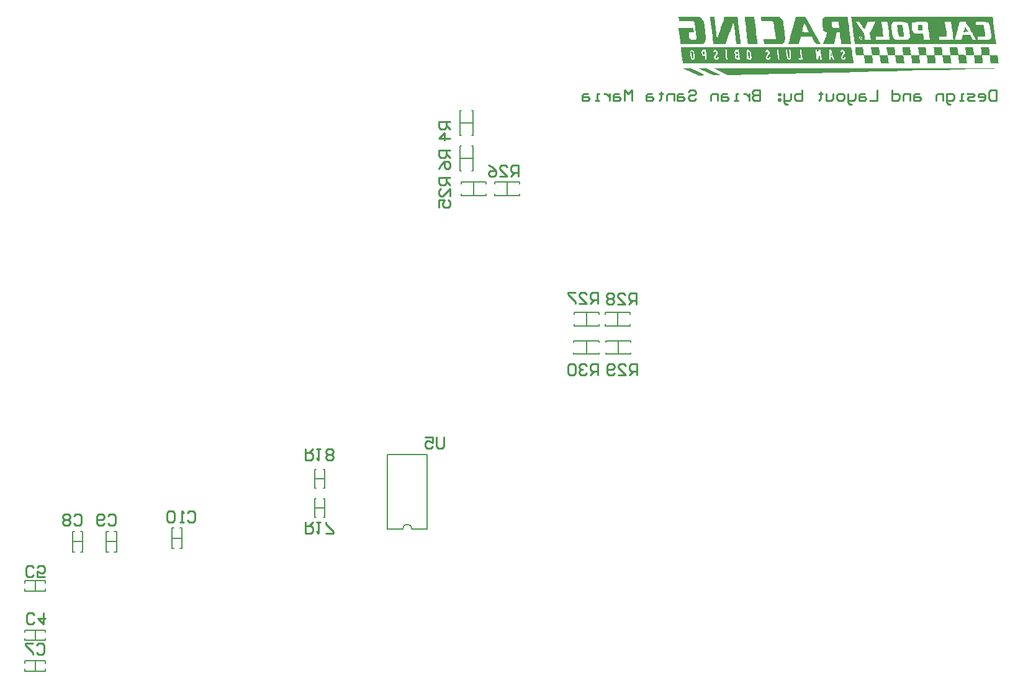
<source format=gbr>
%TF.GenerationSoftware,Altium Limited,Altium Designer,18.1.9 (240)*%
G04 Layer_Color=32896*
%FSLAX26Y26*%
%MOIN*%
%TF.FileFunction,Legend,Bot*%
%TF.Part,Single*%
G01*
G75*
%TA.AperFunction,NonConductor*%
%ADD47C,0.007874*%
%ADD48C,0.005906*%
%ADD49C,0.010000*%
G36*
X4968494Y3737517D02*
Y3736241D01*
Y3734965D01*
X4969769Y3731138D01*
Y3726035D01*
X4971045Y3714552D01*
X4972321Y3701794D01*
X4974873Y3687761D01*
X4976148Y3676278D01*
Y3671175D01*
X4977424Y3667348D01*
Y3666072D01*
Y3664796D01*
X4978700Y3652038D01*
X4979976Y3641832D01*
X4981252Y3631626D01*
Y3623971D01*
X4983803Y3611213D01*
Y3602282D01*
X4985079Y3597179D01*
Y3594627D01*
Y3593352D01*
Y3590800D01*
X4963390D01*
Y3593352D01*
Y3594627D01*
X4962115Y3597179D01*
X4960839Y3603558D01*
X4959563Y3613764D01*
X4958287Y3623971D01*
X4957011Y3635453D01*
X4955736Y3644383D01*
X4954460Y3650762D01*
Y3653314D01*
X4953184Y3663521D01*
X4951908Y3672451D01*
X4950632Y3686485D01*
X4949357Y3697967D01*
Y3704346D01*
X4948081Y3709449D01*
Y3712001D01*
X4946805Y3709449D01*
X4945529Y3705622D01*
Y3704346D01*
X4942978Y3697967D01*
X4940426Y3690312D01*
X4939150Y3685209D01*
X4937874Y3683933D01*
Y3682657D01*
X4934047Y3672451D01*
X4930220Y3662245D01*
X4927668Y3655866D01*
X4926392Y3654590D01*
Y3653314D01*
X4905979Y3593351D01*
X4839638D01*
X4830707Y3664796D01*
X4828156Y3677554D01*
X4826880Y3689036D01*
X4825604Y3697967D01*
Y3699243D01*
Y3700519D01*
X4824328Y3712001D01*
X4823052Y3720931D01*
Y3726035D01*
Y3727310D01*
X4821777Y3733689D01*
Y3736241D01*
Y3737517D01*
X4823052Y3738793D01*
X4826880Y3740068D01*
X4843465D01*
X4844741Y3738793D01*
Y3737517D01*
Y3736241D01*
X4846017Y3728586D01*
X4847293Y3719656D01*
Y3708173D01*
X4848568Y3697967D01*
X4849844Y3687761D01*
X4851120Y3681382D01*
Y3680106D01*
Y3678830D01*
X4852396Y3668624D01*
X4853672Y3659693D01*
X4854947Y3644383D01*
X4856223Y3634177D01*
X4857499Y3627798D01*
Y3622695D01*
X4858775Y3621419D01*
Y3620143D01*
X4860051Y3621419D01*
X4861326Y3623971D01*
X4862602Y3625246D01*
Y3626522D01*
X4863878Y3632901D01*
X4865154Y3639280D01*
X4866430Y3644383D01*
X4867705Y3645659D01*
X4870257Y3654590D01*
X4874084Y3662245D01*
X4875360Y3668624D01*
X4876636Y3671175D01*
X4879188Y3680106D01*
X4883015Y3687761D01*
X4884291Y3694140D01*
X4885567Y3696691D01*
X4889394Y3705622D01*
X4890670Y3713277D01*
X4893221Y3717104D01*
Y3718380D01*
X4894497Y3723483D01*
X4895773Y3727310D01*
Y3728586D01*
X4899600Y3740068D01*
X4967218Y3740068D01*
X4968494Y3737517D01*
D02*
G37*
G36*
X4747780Y3738793D02*
X4757987D01*
X4760538Y3737517D01*
X4765641D01*
X4768193Y3736241D01*
X4770745Y3734965D01*
X4772020Y3733689D01*
X4779675Y3726035D01*
X4784778Y3718380D01*
X4787330Y3710725D01*
X4788606Y3709449D01*
Y3708173D01*
Y3705622D01*
X4789882Y3700519D01*
X4791157Y3692864D01*
Y3685209D01*
X4792433Y3677554D01*
X4793709Y3671175D01*
X4794985Y3666072D01*
Y3664796D01*
X4796261Y3649487D01*
X4797536Y3638004D01*
Y3629074D01*
Y3622695D01*
Y3617592D01*
Y3615040D01*
Y3613764D01*
X4796261Y3607385D01*
X4793709Y3603558D01*
X4788606Y3597179D01*
X4783503Y3594627D01*
X4780951Y3593351D01*
X4777124Y3592076D01*
X4759262D01*
X4749056Y3590800D01*
X4676335D01*
X4669956Y3592076D01*
X4662302D01*
Y3594627D01*
X4661026Y3599730D01*
Y3606109D01*
X4659750Y3613764D01*
X4658474Y3622695D01*
Y3629074D01*
X4657198Y3634177D01*
Y3635453D01*
X4654647Y3649487D01*
X4653371Y3659693D01*
X4652095Y3667348D01*
Y3672451D01*
X4650819Y3675003D01*
Y3677554D01*
X4652095D01*
X4657198Y3678830D01*
X4731195D01*
X4732471Y3668624D01*
X4733746Y3662245D01*
Y3658417D01*
Y3657141D01*
Y3654590D01*
X4706955D01*
Y3646935D01*
X4708230Y3639280D01*
Y3634177D01*
X4709506Y3629074D01*
X4710782Y3623971D01*
X4712058Y3622695D01*
X4714609Y3618867D01*
X4715885Y3617592D01*
X4717161D01*
X4719713Y3616316D01*
X4724816Y3615040D01*
X4742677D01*
X4743953Y3617592D01*
X4746504Y3620143D01*
X4747780Y3621419D01*
Y3622695D01*
Y3625246D01*
X4746504Y3630350D01*
Y3636729D01*
X4745229Y3644383D01*
X4743953Y3652038D01*
Y3658417D01*
X4742677Y3663520D01*
Y3664796D01*
X4741401Y3678830D01*
X4740125Y3689036D01*
X4738850Y3696691D01*
X4737574Y3701794D01*
Y3705622D01*
Y3706898D01*
Y3708173D01*
X4735022Y3712001D01*
X4732471Y3713277D01*
X4731195Y3715828D01*
X4654647D01*
X4653371Y3726035D01*
X4652095Y3732414D01*
X4650819Y3736241D01*
Y3737517D01*
Y3740068D01*
X4737574D01*
X4747780Y3738793D01*
D02*
G37*
G36*
X6338703Y3737517D02*
Y3736241D01*
Y3734965D01*
X6339979Y3731138D01*
Y3726035D01*
X6341254Y3714553D01*
X6342530Y3701795D01*
X6345082Y3687761D01*
X6346358Y3676279D01*
Y3671175D01*
X6347633Y3667348D01*
Y3666072D01*
Y3664796D01*
X6348909Y3653314D01*
X6350185Y3641832D01*
X6351461Y3632901D01*
X6352737Y3625247D01*
X6354012Y3612489D01*
X6355288Y3603558D01*
X6356564Y3598455D01*
Y3594628D01*
Y3593352D01*
Y3590800D01*
X5597463Y3590800D01*
X5588532Y3663521D01*
X5587257Y3676279D01*
X5585981Y3687761D01*
X5584705Y3697967D01*
X5583429Y3705622D01*
X5582153Y3718380D01*
X5580878Y3727311D01*
X5579602Y3733690D01*
Y3736241D01*
Y3737517D01*
X5578326Y3740069D01*
X6338703Y3740069D01*
Y3737517D01*
D02*
G37*
G36*
X5559189Y3737517D02*
Y3736241D01*
X5560465Y3733690D01*
X5561741Y3726035D01*
X5563016Y3714553D01*
X5564292Y3700519D01*
X5566844Y3687761D01*
X5568120Y3676279D01*
X5569395Y3667348D01*
Y3666072D01*
Y3664796D01*
X5570671Y3652038D01*
X5571947Y3641832D01*
X5573223Y3631626D01*
X5574499Y3623971D01*
X5575774Y3611213D01*
X5577050Y3602282D01*
X5578326Y3597179D01*
Y3594627D01*
Y3593352D01*
Y3590800D01*
X5526018D01*
Y3592076D01*
Y3593352D01*
Y3594627D01*
X5524742Y3603558D01*
Y3606110D01*
Y3607385D01*
X5523467Y3612489D01*
X5522191Y3617592D01*
X5520915Y3621419D01*
Y3622695D01*
X5519639Y3632901D01*
Y3640556D01*
X5518363Y3645659D01*
Y3649487D01*
Y3652038D01*
Y3653314D01*
X5517088Y3654590D01*
X5501778Y3654590D01*
X5494123Y3625247D01*
Y3621419D01*
X5492847Y3616316D01*
X5491572Y3612488D01*
Y3611213D01*
X5490296Y3606110D01*
X5489020Y3602282D01*
X5487744Y3599731D01*
Y3598455D01*
X5486468Y3595903D01*
Y3594627D01*
X5485193Y3590800D01*
X5427782D01*
Y3592076D01*
X5429057Y3595903D01*
X5431609Y3601006D01*
X5432885Y3607385D01*
X5435436Y3612488D01*
X5437988Y3617592D01*
X5439264Y3621419D01*
Y3622695D01*
X5443091Y3632901D01*
X5445643Y3640556D01*
X5446919Y3646935D01*
X5448194Y3650762D01*
X5449470Y3653314D01*
Y3654590D01*
X5445643D01*
X5437988Y3657142D01*
X5431609Y3660969D01*
X5429057Y3663521D01*
X5427782Y3664796D01*
Y3667348D01*
X5426506Y3671175D01*
Y3680106D01*
X5425230Y3689037D01*
Y3691588D01*
Y3692864D01*
X5423954Y3703070D01*
Y3710725D01*
Y3715828D01*
Y3720932D01*
Y3723483D01*
X5425230Y3726035D01*
Y3727311D01*
X5427782Y3731138D01*
X5431609Y3734965D01*
X5435436Y3736241D01*
X5436712Y3737517D01*
X5500502D01*
X5559189Y3740069D01*
Y3737517D01*
D02*
G37*
G36*
X5333372Y3736241D02*
X5347406Y3710725D01*
X5360164Y3689037D01*
X5371646Y3669899D01*
X5380577Y3653314D01*
X5388232Y3639280D01*
X5394611Y3627798D01*
X5400990Y3618867D01*
X5404817Y3609937D01*
X5408645Y3604834D01*
X5411196Y3599731D01*
X5413748Y3593352D01*
X5415024Y3590800D01*
X5390783D01*
X5378025Y3609937D01*
X5367819Y3630350D01*
X5307856D01*
Y3629074D01*
Y3627798D01*
X5306581Y3626522D01*
X5305305Y3620143D01*
X5304029Y3612488D01*
X5302753Y3611213D01*
Y3609937D01*
X5297650Y3590800D01*
X5242791D01*
X5245342Y3603558D01*
Y3606110D01*
X5246618Y3609937D01*
X5247894Y3613764D01*
Y3615040D01*
X5250445Y3623971D01*
X5252997Y3632901D01*
X5254273Y3640556D01*
X5255549Y3641832D01*
Y3643108D01*
X5258100Y3655866D01*
X5261928Y3667348D01*
X5263203Y3673727D01*
X5264479Y3676278D01*
X5279789Y3740068D01*
X5332097D01*
X5333372Y3736241D01*
D02*
G37*
G36*
X5193034Y3737517D02*
X5199413Y3733689D01*
X5207068Y3724759D01*
X5212171Y3717104D01*
X5213447Y3714552D01*
Y3713277D01*
Y3709449D01*
X5214723Y3703070D01*
X5215999Y3695416D01*
X5217275Y3686485D01*
X5218550Y3677554D01*
Y3671175D01*
X5219826Y3666072D01*
Y3663521D01*
X5221102Y3650762D01*
X5222378Y3639280D01*
X5223654Y3631626D01*
Y3626522D01*
X5224929Y3622695D01*
Y3620143D01*
Y3618867D01*
X5222378Y3609937D01*
X5219826Y3603558D01*
X5217275Y3599731D01*
X5215999Y3598455D01*
X5212171Y3595903D01*
X5210896Y3594627D01*
X5207068Y3593352D01*
X5199413Y3592076D01*
X5190483D01*
X5181552Y3590800D01*
X5111383D01*
X5110107Y3603558D01*
X5108832Y3609937D01*
X5107556Y3613764D01*
Y3615040D01*
Y3617592D01*
X5170070D01*
X5171346Y3618867D01*
Y3620143D01*
X5173897Y3622695D01*
X5167518Y3664796D01*
X5166243Y3678830D01*
X5163691Y3690312D01*
Y3697967D01*
X5162415Y3703070D01*
X5161139Y3705622D01*
Y3708173D01*
X5159864Y3710725D01*
X5158588Y3712001D01*
X5157312Y3713277D01*
X5156036Y3714552D01*
X5152209D01*
X5147106Y3715828D01*
X5097349D01*
X5096074Y3724759D01*
Y3731138D01*
Y3736241D01*
Y3737517D01*
Y3740068D01*
X5186655D01*
X5193034Y3737517D01*
D02*
G37*
G36*
X5066730Y3667348D02*
X5068006Y3654590D01*
X5069282Y3643108D01*
X5070558Y3634177D01*
X5071833Y3625247D01*
X5074385Y3612488D01*
X5075661Y3603558D01*
Y3598455D01*
X5076937Y3594627D01*
Y3593352D01*
Y3590800D01*
X5029732D01*
X5025905Y3592076D01*
X5023353D01*
Y3593352D01*
Y3595903D01*
X5022077Y3603558D01*
X5020801Y3616316D01*
X5019526Y3629074D01*
X5018250Y3641832D01*
X5016974Y3653314D01*
X5015698Y3662245D01*
Y3663521D01*
Y3664796D01*
X5014422Y3677554D01*
X5013147Y3689037D01*
X5011871Y3697967D01*
X5010595Y3706898D01*
X5009319Y3714552D01*
Y3719656D01*
X5008043Y3728586D01*
X5006768Y3733689D01*
Y3736241D01*
Y3737517D01*
Y3740068D01*
X5057800D01*
X5066730Y3667348D01*
D02*
G37*
G36*
X6232811Y3574215D02*
Y3572939D01*
X6234087Y3565284D01*
X6235363Y3558905D01*
Y3556354D01*
Y3555078D01*
X6236639Y3548699D01*
Y3543595D01*
Y3539768D01*
X6237915Y3537216D01*
Y3533389D01*
X6195813D01*
Y3532113D01*
Y3529562D01*
X6197089Y3523183D01*
X6198365Y3515528D01*
Y3512976D01*
Y3511700D01*
X6199641Y3505322D01*
Y3500218D01*
Y3496391D01*
X6200916Y3493839D01*
Y3490012D01*
X6158815D01*
Y3491288D01*
Y3493839D01*
X6157539Y3500218D01*
X6156263Y3507873D01*
Y3509149D01*
Y3510425D01*
X6154988Y3516804D01*
Y3521907D01*
X6153712Y3525734D01*
Y3529562D01*
Y3532113D01*
X6152436D01*
X6149884Y3533389D01*
X6111610D01*
Y3528286D01*
X6112886Y3521907D01*
X6114162Y3507873D01*
X6115438Y3501494D01*
Y3496391D01*
X6116714Y3492564D01*
Y3491288D01*
Y3490012D01*
X6074612Y3490012D01*
X6072061Y3510425D01*
X6070785Y3516804D01*
Y3521907D01*
X6069509Y3525734D01*
Y3528286D01*
Y3530837D01*
Y3533389D01*
X6111610Y3533389D01*
Y3534665D01*
Y3537216D01*
X6110335Y3543595D01*
X6109059Y3551250D01*
Y3552526D01*
Y3553802D01*
X6107783Y3560181D01*
Y3565284D01*
X6106507Y3569111D01*
Y3571663D01*
Y3574215D01*
X6107783D01*
X6110335Y3575490D01*
X6148609D01*
Y3574215D01*
Y3572939D01*
X6149884Y3565284D01*
X6151160Y3558905D01*
Y3556354D01*
Y3555078D01*
X6153712Y3534665D01*
X6174125D01*
X6194537Y3533389D01*
X6193262Y3553802D01*
X6191986Y3560181D01*
Y3565284D01*
X6190710Y3569111D01*
Y3571663D01*
Y3574215D01*
X6189434Y3575490D01*
X6232811D01*
Y3574215D01*
D02*
G37*
G36*
X5810522Y3574215D02*
Y3572939D01*
X5811797Y3571663D01*
X5813073Y3564008D01*
X5814349Y3557629D01*
Y3555078D01*
Y3553802D01*
X5815625Y3533389D01*
X5774799D01*
Y3532113D01*
Y3529562D01*
X5776075Y3521907D01*
X5777351Y3514252D01*
Y3512976D01*
Y3511700D01*
X5778627Y3505321D01*
Y3500218D01*
Y3496391D01*
X5779902Y3493839D01*
Y3491288D01*
Y3490012D01*
X5736525D01*
Y3491288D01*
Y3493839D01*
X5735249Y3501494D01*
Y3509149D01*
Y3510425D01*
Y3511700D01*
X5731422Y3533389D01*
X5690596D01*
Y3532113D01*
Y3529562D01*
X5691872Y3521907D01*
X5693148Y3514252D01*
Y3512976D01*
Y3511700D01*
X5694424Y3505321D01*
Y3500218D01*
Y3496391D01*
X5695700Y3493839D01*
Y3491288D01*
Y3490012D01*
X5652322D01*
Y3491288D01*
Y3493839D01*
X5651047Y3501494D01*
X5649771Y3509149D01*
Y3510425D01*
Y3511700D01*
X5648495Y3519355D01*
Y3524458D01*
X5647219Y3528286D01*
Y3530837D01*
Y3533389D01*
X5605118D01*
X5602566Y3553802D01*
X5601290Y3561457D01*
Y3562732D01*
Y3564008D01*
X5600015Y3570387D01*
Y3571663D01*
Y3574215D01*
Y3575490D01*
X5642116D01*
X5644668Y3555078D01*
X5645943Y3548699D01*
Y3543595D01*
Y3539768D01*
X5647219Y3537216D01*
Y3534665D01*
X5648495Y3533389D01*
X5690596D01*
Y3534665D01*
Y3537216D01*
X5689321Y3544871D01*
X5688045Y3552526D01*
Y3553802D01*
Y3555078D01*
X5686769Y3561457D01*
X5685493Y3566560D01*
Y3570387D01*
X5684217Y3572939D01*
Y3575490D01*
X5727595D01*
Y3574215D01*
Y3571663D01*
X5728870Y3565284D01*
X5730146Y3557629D01*
Y3556353D01*
Y3555078D01*
X5731422Y3544871D01*
Y3538492D01*
Y3535941D01*
Y3534665D01*
X5732698Y3533389D01*
X5774799D01*
Y3534665D01*
X5773523Y3544871D01*
X5772248Y3553802D01*
X5770972Y3560181D01*
X5769696Y3566560D01*
Y3570387D01*
Y3572939D01*
Y3575490D01*
X5810522D01*
Y3574215D01*
D02*
G37*
G36*
X6366770Y3514252D02*
Y3507873D01*
X6368046Y3505322D01*
Y3504046D01*
Y3497667D01*
X6369322Y3496391D01*
Y3495115D01*
X6370598Y3492564D01*
Y3490012D01*
X6327221D01*
X6325945Y3510425D01*
X6324669Y3518079D01*
X6323393Y3525734D01*
X6322117Y3530838D01*
Y3533389D01*
X6365495D01*
X6366770Y3514252D01*
D02*
G37*
G36*
X6320842Y3555078D02*
Y3548699D01*
X6322117Y3543595D01*
Y3539768D01*
Y3537216D01*
Y3534665D01*
Y3533389D01*
X6283843D01*
X6281292Y3532113D01*
Y3530838D01*
Y3528286D01*
X6282568Y3520631D01*
X6283843Y3514252D01*
Y3511700D01*
Y3510425D01*
X6285119Y3504046D01*
Y3498943D01*
Y3495115D01*
X6286395Y3492564D01*
Y3490012D01*
X6243018D01*
X6241742Y3511700D01*
X6240466Y3519355D01*
X6239190Y3524459D01*
Y3528286D01*
X6237915Y3530838D01*
Y3533389D01*
X6273637D01*
X6276189Y3534665D01*
X6278740D01*
Y3539768D01*
Y3544871D01*
X6277464Y3558905D01*
Y3564008D01*
X6276189Y3569111D01*
Y3572939D01*
Y3574215D01*
X6273637Y3575490D01*
X6317014D01*
X6320842Y3555078D01*
D02*
G37*
G36*
X6066957Y3555078D02*
X6068233Y3548699D01*
Y3543595D01*
Y3539768D01*
X6069509Y3537216D01*
Y3534665D01*
Y3533389D01*
X6029959D01*
X6027408Y3532113D01*
Y3530837D01*
Y3528286D01*
X6028683Y3520631D01*
X6029959Y3514252D01*
Y3511700D01*
Y3510425D01*
X6031235Y3504046D01*
Y3498942D01*
Y3495115D01*
X6032511Y3492563D01*
Y3490012D01*
X5989134D01*
X5987858Y3510425D01*
X5986582Y3516804D01*
X5985306Y3523183D01*
Y3527010D01*
X5984030Y3529562D01*
Y3532113D01*
Y3533389D01*
X6022304D01*
X6024856Y3534665D01*
X6027408D01*
Y3537216D01*
X6026132Y3542320D01*
Y3548699D01*
X6024856Y3556353D01*
X6023580Y3562732D01*
Y3569111D01*
X6022304Y3572939D01*
Y3574215D01*
Y3575490D01*
X6063130D01*
X6066957Y3555078D01*
D02*
G37*
G36*
X5978927Y3570387D02*
X5980203Y3565284D01*
X5981479Y3551250D01*
X5982755Y3544871D01*
Y3539768D01*
X5984030Y3535941D01*
Y3534665D01*
Y3533389D01*
X5943205D01*
Y3532113D01*
Y3529562D01*
X5944481Y3523183D01*
X5945756Y3515528D01*
Y3512976D01*
Y3511700D01*
X5947032Y3505321D01*
Y3500218D01*
Y3496391D01*
X5948308Y3493839D01*
Y3490012D01*
X5904931D01*
Y3491288D01*
Y3496391D01*
X5903655Y3502770D01*
Y3509149D01*
Y3510425D01*
Y3511700D01*
X5902379Y3518079D01*
X5901103Y3523183D01*
X5899828Y3529562D01*
Y3532113D01*
Y3533389D01*
X5938102D01*
X5940653Y3534665D01*
X5943205D01*
Y3539768D01*
X5941929Y3546147D01*
X5940653Y3558905D01*
X5939377Y3565284D01*
Y3569111D01*
X5938102Y3572939D01*
Y3574215D01*
Y3575490D01*
X5978927D01*
Y3570387D01*
D02*
G37*
G36*
X5894724Y3574215D02*
Y3572939D01*
X5896000Y3565284D01*
X5897276Y3558905D01*
Y3556353D01*
Y3555078D01*
X5898552Y3548699D01*
Y3543595D01*
Y3539768D01*
X5899828Y3537216D01*
Y3533389D01*
X5859002D01*
Y3530837D01*
X5860278Y3520631D01*
X5861554Y3511700D01*
X5862829Y3505321D01*
Y3500218D01*
X5864105Y3496391D01*
Y3493839D01*
Y3491288D01*
Y3490012D01*
X5820728D01*
Y3491288D01*
Y3492563D01*
Y3495115D01*
X5819452Y3501494D01*
Y3509149D01*
Y3510425D01*
Y3511700D01*
X5815625Y3533389D01*
X5859002D01*
Y3534665D01*
X5857726Y3535941D01*
Y3538492D01*
X5856450Y3544871D01*
X5855175Y3552526D01*
Y3553802D01*
Y3555078D01*
Y3561457D01*
X5853899Y3566560D01*
Y3569111D01*
Y3571663D01*
Y3574215D01*
Y3575490D01*
X5894724D01*
Y3574215D01*
D02*
G37*
G36*
X5579602D02*
X5583429Y3552526D01*
X5585981Y3533389D01*
X5587257Y3519355D01*
X5588532Y3507873D01*
X5589808Y3500218D01*
Y3495115D01*
Y3492563D01*
Y3491288D01*
Y3490012D01*
X4675060Y3490012D01*
Y3491287D01*
X4671232Y3512976D01*
X4668681Y3530837D01*
X4667405Y3544871D01*
X4666129Y3556353D01*
X4664853Y3564008D01*
Y3570387D01*
Y3572939D01*
Y3574214D01*
X4706955D01*
X4720988Y3575490D01*
X5579602Y3575490D01*
Y3574215D01*
D02*
G37*
G36*
X6294050Y3460669D02*
X6355288D01*
X6341254Y3459393D01*
X6305532D01*
X6283843Y3458117D01*
X6259603D01*
X6232811Y3456841D01*
X6204744D01*
X6174125Y3455565D01*
X6142230D01*
X6077164Y3453014D01*
X6008271Y3451738D01*
X5940653Y3450462D01*
X5875587Y3447910D01*
X5843692D01*
X5813073Y3446635D01*
X5785006D01*
X5758214Y3445359D01*
X5733974D01*
X5712285Y3444083D01*
X5676563D01*
X5662529Y3442807D01*
X5644668D01*
X4916186Y3426222D01*
X4880463Y3442807D01*
X4868981Y3449186D01*
X4860051Y3453013D01*
X4853672Y3456841D01*
X4848568Y3458117D01*
X4846017Y3459392D01*
X4844741Y3460668D01*
X4914910D01*
X4937874Y3461944D01*
X6277464Y3461944D01*
X6294050Y3460669D01*
D02*
G37*
G36*
X4840914Y3442807D02*
X4851120Y3438980D01*
X4858775Y3435152D01*
X4865154Y3432601D01*
X4866430Y3431325D01*
X4872809Y3428773D01*
X4875360Y3427497D01*
X4876636Y3426222D01*
X4874084D01*
X4866430Y3424946D01*
X4860051Y3423670D01*
X4837086D01*
X4800088Y3442807D01*
X4787330Y3449186D01*
X4778399Y3453013D01*
X4770745Y3456841D01*
X4766917Y3458117D01*
X4764366Y3459392D01*
X4761814Y3460668D01*
X4763090D01*
X4764366Y3461944D01*
X4802640D01*
X4840914Y3442807D01*
D02*
G37*
G36*
X4760538D02*
X4773296Y3436428D01*
X4782227Y3431325D01*
X4788606Y3428773D01*
X4792433Y3426222D01*
X4794985Y3424946D01*
X4797536Y3423670D01*
X4784778D01*
X4778399Y3422394D01*
X4760538D01*
X4718437Y3441531D01*
X4705679Y3447910D01*
X4695472Y3453013D01*
X4689093Y3455565D01*
X4683990Y3458117D01*
X4681439Y3459392D01*
X4678887Y3460668D01*
X4680163D01*
X4681439Y3461944D01*
X4719713D01*
X4760538Y3442807D01*
D02*
G37*
%LPC*%
G36*
X5707182Y3710725D02*
X5668908D01*
X5658701Y3689037D01*
X5656150Y3682658D01*
X5653598Y3678830D01*
X5651047Y3673727D01*
X5649771Y3671175D01*
Y3672451D01*
X5647219Y3673727D01*
X5643392Y3680106D01*
X5639564Y3686485D01*
X5637013Y3687761D01*
Y3689037D01*
X5622979Y3710725D01*
X5605118D01*
X5607669Y3706898D01*
X5608945Y3705622D01*
X5610221Y3704346D01*
X5611497Y3703070D01*
Y3701795D01*
X5614048Y3697967D01*
X5616600Y3694140D01*
X5617876Y3691588D01*
X5619152Y3690312D01*
X5625531Y3681382D01*
X5626806Y3678830D01*
X5628082Y3677554D01*
X5647219Y3649487D01*
X5649771Y3632901D01*
X5652322Y3615040D01*
X5684217D01*
Y3616316D01*
Y3617592D01*
X5682942Y3623971D01*
Y3630350D01*
Y3631626D01*
Y3632901D01*
X5679114Y3652038D01*
X5693148Y3678830D01*
X5698251Y3687761D01*
X5700803Y3695416D01*
X5703354Y3700519D01*
X5705906Y3704346D01*
Y3706898D01*
X5707182Y3708174D01*
Y3710725D01*
D02*
G37*
G36*
X6294050Y3710725D02*
X6251948D01*
X6249397Y3709450D01*
X6248121D01*
Y3708174D01*
Y3705622D01*
X6249397Y3703070D01*
Y3701795D01*
Y3699243D01*
Y3696691D01*
Y3695416D01*
X6250673D01*
X6251948Y3694140D01*
X6288947D01*
X6291498Y3692864D01*
Y3691588D01*
Y3690312D01*
Y3687761D01*
X6292774Y3682658D01*
Y3677555D01*
X6294050Y3672451D01*
Y3667348D01*
X6295326Y3664796D01*
Y3663521D01*
X6296601Y3654590D01*
Y3648211D01*
Y3643108D01*
X6297877Y3639280D01*
Y3635453D01*
Y3634177D01*
X6296601D01*
Y3632901D01*
X6294050Y3630350D01*
X6257052D01*
Y3629074D01*
Y3625247D01*
X6258327Y3622695D01*
Y3621419D01*
Y3617592D01*
Y3616316D01*
Y3615040D01*
X6318290D01*
X6323393Y3618868D01*
X6327221Y3621419D01*
X6328496Y3623971D01*
Y3625247D01*
X6329772Y3627798D01*
Y3632901D01*
Y3646935D01*
X6328496Y3653314D01*
Y3658418D01*
X6327221Y3662245D01*
Y3663521D01*
X6325945Y3673727D01*
X6324669Y3681382D01*
X6323393Y3687761D01*
X6322117Y3691588D01*
Y3695416D01*
X6320842Y3696691D01*
Y3697967D01*
X6317014Y3703070D01*
X6314463Y3706898D01*
X6311911Y3708174D01*
X6310635D01*
X6308084Y3709450D01*
X6304256D01*
X6294050Y3710725D01*
D02*
G37*
G36*
X6194537D02*
X6161367D01*
Y3708174D01*
X6158815Y3703070D01*
X6157539Y3695416D01*
X6154988Y3686485D01*
X6152436Y3677555D01*
X6151160Y3669900D01*
X6148609Y3664796D01*
Y3662245D01*
X6144781Y3646935D01*
X6140954Y3635453D01*
X6138402Y3626523D01*
X6137126Y3621419D01*
X6135851Y3617592D01*
Y3616316D01*
Y3615040D01*
X6172849D01*
X6175400Y3627798D01*
X6179228Y3641832D01*
X6218778D01*
X6225157Y3627798D01*
X6232811Y3615040D01*
X6248121D01*
X6246845Y3617592D01*
X6244294Y3622695D01*
X6240466Y3630350D01*
X6235363Y3639280D01*
X6230260Y3646935D01*
X6226432Y3654590D01*
X6223881Y3659693D01*
X6222605Y3662245D01*
X6213674Y3677555D01*
X6207295Y3687761D01*
X6202192Y3696691D01*
X6198365Y3701795D01*
X6195813Y3705622D01*
X6194537Y3706898D01*
Y3708174D01*
Y3710725D01*
D02*
G37*
G36*
X6115438D02*
X6082267Y3710725D01*
Y3708174D01*
X6086094Y3687761D01*
X6088646Y3671175D01*
X6089922Y3658418D01*
X6091198Y3646935D01*
X6092473Y3639280D01*
Y3634177D01*
Y3631626D01*
Y3630350D01*
X6052924Y3630350D01*
Y3629074D01*
Y3627798D01*
Y3626522D01*
Y3625247D01*
Y3621419D01*
Y3620143D01*
X6055475Y3615040D01*
X6126920Y3615040D01*
Y3617592D01*
X6125644Y3623971D01*
Y3631626D01*
X6124368Y3640556D01*
X6123093Y3649487D01*
Y3655866D01*
X6121817Y3660969D01*
Y3663521D01*
X6115438Y3710725D01*
D02*
G37*
G36*
X5982755Y3710725D02*
X5930447D01*
X5924068Y3709449D01*
X5916413D01*
X5915137Y3708174D01*
X5913861D01*
X5910034Y3706898D01*
X5906207Y3704346D01*
X5904931Y3703070D01*
X5903655Y3701795D01*
Y3697967D01*
Y3692864D01*
Y3689037D01*
Y3687761D01*
Y3680106D01*
X5904931Y3673727D01*
Y3669900D01*
X5906207Y3667348D01*
X5907482Y3663521D01*
X5910034Y3657142D01*
X5915137Y3653314D01*
X5918965Y3650763D01*
X5920240Y3649487D01*
X5966169D01*
Y3648211D01*
Y3646935D01*
Y3640556D01*
X5967445Y3635453D01*
Y3634177D01*
Y3632901D01*
X5968721Y3625247D01*
Y3620143D01*
Y3617592D01*
Y3615040D01*
X6001892D01*
Y3617592D01*
X6000616Y3622695D01*
X5999340Y3629074D01*
X5998064Y3638005D01*
Y3646935D01*
X5996788Y3653314D01*
X5995513Y3658417D01*
Y3660969D01*
X5992961Y3676279D01*
X5991685Y3689037D01*
X5990409Y3696691D01*
Y3703070D01*
X5989134Y3706898D01*
Y3708174D01*
Y3709449D01*
X5987858D01*
X5982755Y3710725D01*
D02*
G37*
G36*
X5856450D02*
X5805418D01*
X5804143Y3708174D01*
X5800315Y3706898D01*
X5797764Y3704346D01*
X5796488Y3703070D01*
Y3701795D01*
X5795212Y3697967D01*
Y3692864D01*
Y3678830D01*
Y3672451D01*
X5796488Y3667348D01*
Y3663521D01*
Y3662245D01*
X5797764Y3654590D01*
X5799039Y3648211D01*
Y3644384D01*
X5800315Y3640556D01*
Y3638005D01*
Y3636729D01*
X5804143Y3627798D01*
X5809246Y3621419D01*
X5813073Y3618868D01*
X5814349Y3617592D01*
X5816901Y3616316D01*
X5822004D01*
X5833486Y3615040D01*
X5867933D01*
X5874312Y3616316D01*
X5880691D01*
X5883242Y3617592D01*
X5884518D01*
X5888345Y3620143D01*
X5890897Y3623971D01*
X5893449Y3627798D01*
Y3629074D01*
Y3632901D01*
Y3634177D01*
X5892173Y3657142D01*
X5890897Y3667348D01*
X5889621Y3676279D01*
X5888345Y3682658D01*
X5887070Y3689037D01*
X5885794Y3691588D01*
Y3692864D01*
X5883242Y3699243D01*
X5880691Y3704346D01*
X5876863Y3705622D01*
X5875587Y3706898D01*
X5873036Y3708174D01*
X5869208Y3709449D01*
X5862829D01*
X5856450Y3710725D01*
D02*
G37*
G36*
X5772248D02*
X5740353D01*
Y3708174D01*
X5744180Y3687761D01*
X5746732Y3671175D01*
X5748007Y3657142D01*
X5749283Y3646935D01*
X5750559Y3639280D01*
Y3634177D01*
Y3631626D01*
Y3630350D01*
X5711009D01*
Y3629074D01*
Y3627798D01*
Y3623971D01*
X5712285Y3621419D01*
Y3620143D01*
Y3615040D01*
X5785006D01*
Y3617592D01*
X5783730Y3622695D01*
Y3629074D01*
X5782454Y3638005D01*
X5781178Y3646935D01*
Y3653314D01*
X5779902Y3658417D01*
Y3660969D01*
X5778627Y3676279D01*
X5777351Y3689037D01*
X5776075Y3696691D01*
X5774799Y3703070D01*
Y3706898D01*
Y3708174D01*
Y3709449D01*
X5773523D01*
X5772248Y3710725D01*
D02*
G37*
G36*
X5633185Y3632901D02*
X5626806D01*
X5622979Y3630350D01*
X5621703Y3626522D01*
X5622979Y3623971D01*
Y3622695D01*
X5626806Y3617592D01*
X5630634Y3615040D01*
X5634461D01*
X5637013Y3617592D01*
X5638289Y3620143D01*
X5639564Y3621419D01*
Y3622695D01*
X5638289Y3626522D01*
X5635737Y3630350D01*
X5634461Y3631626D01*
X5633185Y3632901D01*
D02*
G37*
%LPD*%
G36*
X6191986Y3685209D02*
X6194537Y3680106D01*
X6198365Y3675003D01*
X6199641Y3673727D01*
Y3672451D01*
X6208571Y3657142D01*
X6195813D01*
X6188158Y3655866D01*
X6183055D01*
Y3657142D01*
Y3658418D01*
X6184331Y3664796D01*
X6185607Y3669900D01*
X6186883Y3672451D01*
X6188158Y3677555D01*
X6189434Y3681382D01*
X6190710Y3686485D01*
Y3687761D01*
X6191986Y3685209D01*
D02*
G37*
G36*
X5959790Y3691588D02*
Y3686485D01*
X5961066Y3682658D01*
Y3680106D01*
X5962342Y3672451D01*
Y3667348D01*
Y3666072D01*
Y3664796D01*
Y3663521D01*
X5941929D01*
X5939377Y3664796D01*
Y3667348D01*
X5938102Y3669900D01*
Y3673727D01*
Y3678830D01*
Y3680106D01*
X5936826Y3686485D01*
Y3690312D01*
Y3691588D01*
Y3692864D01*
Y3694140D01*
X5958514D01*
X5959790Y3691588D01*
D02*
G37*
G36*
X5853899Y3692864D02*
X5855175Y3691588D01*
Y3689037D01*
Y3686485D01*
X5856450Y3676279D01*
X5857726Y3671175D01*
Y3666072D01*
X5859002Y3663521D01*
Y3662245D01*
X5860278Y3652038D01*
Y3644384D01*
Y3639280D01*
Y3635453D01*
Y3632901D01*
X5859002Y3631626D01*
Y3630350D01*
X5841141D01*
X5837313Y3631626D01*
X5836038D01*
X5834762Y3632901D01*
Y3634177D01*
X5833486Y3638005D01*
X5832210Y3646935D01*
X5830934Y3652038D01*
X5829659Y3657142D01*
Y3659693D01*
Y3660969D01*
X5828383Y3669900D01*
X5827107Y3677554D01*
Y3682658D01*
X5825831Y3686485D01*
Y3689037D01*
Y3690312D01*
X5827107Y3692864D01*
X5828383Y3694140D01*
X5850071D01*
X5853899Y3692864D01*
D02*
G37*
G36*
X5631910Y3630350D02*
X5635737Y3629074D01*
X5637013Y3626522D01*
X5638289Y3625247D01*
Y3623971D01*
X5637013Y3621419D01*
X5635737Y3618868D01*
X5634461Y3617592D01*
X5628082Y3618868D01*
X5626806Y3620143D01*
X5624255Y3623971D01*
Y3625247D01*
Y3627798D01*
X5625531Y3629074D01*
X5626806Y3630350D01*
X5628082Y3631626D01*
X5630634D01*
X5631910Y3630350D01*
D02*
G37*
%LPC*%
G36*
Y3629074D02*
X5628082D01*
Y3627798D01*
X5626806Y3626522D01*
Y3625247D01*
X5628082Y3623971D01*
Y3622695D01*
Y3620143D01*
X5629358D01*
Y3621419D01*
X5630634Y3622695D01*
X5631910Y3625247D01*
X5633185D01*
Y3623971D01*
Y3621419D01*
Y3620143D01*
X5634461D01*
Y3621419D01*
Y3622695D01*
Y3623971D01*
X5633185Y3626522D01*
X5631910Y3629074D01*
D02*
G37*
%LPD*%
G36*
Y3625247D02*
X5630634D01*
X5629358Y3626522D01*
Y3627798D01*
X5631910D01*
Y3625247D01*
D02*
G37*
%LPC*%
G36*
X5510709Y3713277D02*
X5476262D01*
X5474986Y3710725D01*
X5473710Y3705622D01*
X5474986Y3700519D01*
Y3699243D01*
Y3697967D01*
X5476262Y3692864D01*
Y3689037D01*
X5478814Y3683933D01*
X5480089Y3681382D01*
X5481365Y3680106D01*
X5483917D01*
X5489020Y3678830D01*
X5506881D01*
X5511984Y3680106D01*
X5514536D01*
Y3681382D01*
Y3683933D01*
X5513260Y3689037D01*
X5511984Y3695416D01*
Y3696691D01*
Y3697967D01*
X5510709Y3713277D01*
D02*
G37*
G36*
X5326993Y3705622D02*
Y3704346D01*
X5325718Y3701794D01*
X5323166Y3694140D01*
X5320614Y3685209D01*
X5319339Y3682657D01*
Y3681382D01*
X5318063Y3673727D01*
Y3671175D01*
Y3669899D01*
X5316787Y3662245D01*
X5315511Y3660969D01*
Y3659693D01*
X5314235Y3657142D01*
X5333372Y3654590D01*
X5352509D01*
X5351234Y3657142D01*
X5348682Y3660969D01*
X5347406Y3664796D01*
X5346130Y3667348D01*
X5341027Y3677554D01*
X5337200Y3685209D01*
X5334648Y3690312D01*
X5333372Y3692864D01*
X5329545Y3700519D01*
X5328269Y3704346D01*
X5326993Y3705622D01*
D02*
G37*
G36*
X5413748Y3560181D02*
X5406093D01*
X5402266Y3543595D01*
Y3537216D01*
X5400990Y3533389D01*
X5399714Y3528286D01*
X5398438Y3525734D01*
Y3537216D01*
X5397162Y3548698D01*
Y3552526D01*
X5395887Y3556353D01*
Y3558905D01*
Y3560181D01*
X5388232D01*
Y3558905D01*
Y3557629D01*
Y3553802D01*
X5389508Y3546147D01*
X5390783Y3538492D01*
Y3535941D01*
Y3534665D01*
X5392059Y3527010D01*
Y3520631D01*
Y3515528D01*
X5393335Y3512976D01*
Y3509149D01*
X5402266D01*
X5406093Y3525734D01*
X5407369Y3530837D01*
Y3534665D01*
X5408645Y3539768D01*
Y3538492D01*
X5409920Y3533389D01*
X5411196Y3528286D01*
Y3527010D01*
Y3525734D01*
X5412472Y3518079D01*
Y3512976D01*
Y3510425D01*
Y3509149D01*
X5420127D01*
Y3510425D01*
Y3512976D01*
Y3515528D01*
X5418851Y3524458D01*
X5417575Y3532113D01*
Y3534665D01*
Y3535941D01*
X5416299Y3543595D01*
Y3548698D01*
X5415024Y3553802D01*
Y3556353D01*
Y3558905D01*
X5413748Y3560181D01*
D02*
G37*
G36*
X5252997D02*
X5245342D01*
Y3558905D01*
Y3557629D01*
Y3556353D01*
X5246618Y3549974D01*
X5247894Y3542320D01*
Y3541044D01*
Y3539768D01*
Y3533389D01*
X5249170Y3528286D01*
Y3524458D01*
Y3521907D01*
Y3519355D01*
Y3518079D01*
Y3516803D01*
X5246618Y3515528D01*
X5245342D01*
X5242791Y3516803D01*
X5241515Y3518079D01*
X5240239Y3519355D01*
Y3520631D01*
Y3521907D01*
X5238963Y3529561D01*
X5237687Y3535941D01*
Y3537216D01*
Y3538492D01*
X5236412Y3544871D01*
Y3549974D01*
X5235136Y3553802D01*
Y3556353D01*
Y3558905D01*
X5233860Y3560181D01*
X5228757D01*
Y3558905D01*
Y3557629D01*
Y3556353D01*
Y3548698D01*
X5230033Y3542320D01*
Y3539768D01*
Y3538492D01*
X5231308Y3532113D01*
X5232584Y3527010D01*
X5233860Y3520631D01*
Y3518079D01*
Y3516803D01*
X5235136Y3514252D01*
X5237687Y3511700D01*
X5238963Y3510425D01*
X5240239D01*
X5244066Y3509149D01*
X5246618Y3507873D01*
X5247894Y3509149D01*
X5249170D01*
X5252997Y3511700D01*
X5254273Y3514252D01*
X5255549Y3518079D01*
Y3519355D01*
Y3535941D01*
X5254273Y3549974D01*
Y3553802D01*
X5252997Y3557629D01*
Y3558905D01*
Y3560181D01*
D02*
G37*
G36*
X5533673Y3560181D02*
X5527294D01*
X5524742Y3558905D01*
X5522191Y3556353D01*
X5520915Y3553802D01*
Y3551250D01*
Y3549974D01*
Y3548699D01*
X5528570D01*
Y3549974D01*
Y3552526D01*
X5529846Y3553802D01*
X5531121D01*
X5534949Y3552526D01*
X5536225Y3549974D01*
Y3546147D01*
Y3544871D01*
X5534949Y3542320D01*
X5533673Y3538492D01*
X5532397Y3537216D01*
X5531121Y3535941D01*
X5527294Y3529562D01*
X5524742Y3524458D01*
Y3520631D01*
Y3519355D01*
X5527294Y3512976D01*
X5531121Y3510425D01*
X5534949Y3509149D01*
X5541328D01*
X5545155Y3511700D01*
X5547707Y3515528D01*
X5548983Y3518079D01*
Y3519355D01*
Y3521907D01*
X5541328D01*
Y3520631D01*
X5540052Y3518079D01*
X5538776Y3516804D01*
X5537500Y3515528D01*
X5536225D01*
X5533673Y3516804D01*
X5532397Y3518079D01*
X5531121Y3519355D01*
Y3523183D01*
Y3525734D01*
X5534949Y3528286D01*
X5536225Y3530837D01*
X5541328Y3537216D01*
X5543879Y3541044D01*
X5545155Y3543595D01*
Y3544871D01*
X5543879Y3551250D01*
X5540052Y3556353D01*
X5537500Y3557629D01*
X5536225Y3558905D01*
X5533673Y3560181D01*
D02*
G37*
G36*
X5472435Y3560181D02*
X5462228D01*
Y3558905D01*
Y3556353D01*
Y3552526D01*
Y3543595D01*
Y3535941D01*
Y3533389D01*
Y3532113D01*
Y3524458D01*
X5460952Y3519355D01*
Y3515528D01*
Y3512976D01*
Y3510425D01*
Y3509149D01*
X5467331D01*
Y3511700D01*
Y3516803D01*
Y3519355D01*
Y3520631D01*
X5476262D01*
X5477538Y3516803D01*
X5478814Y3514252D01*
X5480089Y3511700D01*
Y3510425D01*
Y3509149D01*
X5483917D01*
X5486468Y3510425D01*
X5481365Y3524458D01*
X5478814Y3535941D01*
X5476262Y3543595D01*
X5473710Y3551250D01*
Y3555077D01*
X5472435Y3557629D01*
Y3560181D01*
D02*
G37*
G36*
X5311684D02*
X5304029D01*
Y3558905D01*
Y3553802D01*
Y3547423D01*
X5305305Y3541044D01*
Y3539768D01*
Y3538492D01*
X5306581Y3532113D01*
X5307856Y3527010D01*
X5309132Y3520631D01*
Y3518079D01*
Y3516803D01*
X5295098D01*
Y3515528D01*
Y3514252D01*
Y3512976D01*
X5296374Y3511700D01*
X5297650D01*
Y3509149D01*
X5318063D01*
X5316787Y3510425D01*
Y3512976D01*
Y3515528D01*
X5315511Y3524458D01*
X5314235Y3532113D01*
Y3534665D01*
Y3535941D01*
X5312960Y3542320D01*
Y3548698D01*
X5311684Y3556353D01*
Y3558905D01*
Y3560181D01*
D02*
G37*
G36*
X5186655D02*
X5180276D01*
Y3558905D01*
Y3557629D01*
Y3556353D01*
X5181552Y3555077D01*
Y3553802D01*
Y3546147D01*
X5182828Y3542320D01*
Y3541044D01*
X5184104Y3532113D01*
X5185380Y3528286D01*
Y3527010D01*
Y3521907D01*
Y3518079D01*
X5186655Y3515528D01*
Y3514252D01*
Y3511700D01*
Y3510425D01*
Y3509149D01*
X5194310D01*
Y3510425D01*
X5193034Y3514252D01*
X5191759Y3521907D01*
X5190483Y3530837D01*
Y3533389D01*
Y3534665D01*
X5189207Y3542320D01*
X5187931Y3548698D01*
Y3553802D01*
X5186655Y3556353D01*
Y3560181D01*
D02*
G37*
G36*
X4973597D02*
X4959563D01*
X4958287Y3558905D01*
X4955736Y3557629D01*
X4954460Y3556353D01*
X4951908Y3548698D01*
Y3543595D01*
X4953184Y3539768D01*
X4954460Y3538492D01*
X4957011Y3535941D01*
X4958287D01*
Y3534665D01*
X4957011D01*
X4955736Y3533389D01*
X4954460Y3532113D01*
Y3530837D01*
X4953184Y3528286D01*
Y3527010D01*
Y3525734D01*
X4955736Y3518079D01*
X4957011Y3515528D01*
Y3514252D01*
X4959563Y3511700D01*
X4960839Y3510425D01*
X4963390D01*
X4964666Y3509149D01*
X4979976D01*
Y3510425D01*
Y3514252D01*
X4978700Y3521907D01*
Y3530837D01*
Y3533389D01*
Y3534665D01*
X4977424Y3542320D01*
X4976148Y3548698D01*
Y3552526D01*
X4974873Y3556353D01*
Y3558905D01*
X4973597Y3560181D01*
D02*
G37*
G36*
X4909807Y3560181D02*
X4900876D01*
X4903428Y3558905D01*
Y3557629D01*
Y3556353D01*
Y3555077D01*
Y3553802D01*
Y3546147D01*
X4904704Y3542319D01*
Y3541044D01*
Y3532113D01*
X4905979Y3528286D01*
Y3527010D01*
Y3521907D01*
Y3518079D01*
X4907255Y3515528D01*
Y3514252D01*
X4908531Y3511700D01*
Y3510424D01*
Y3509149D01*
X4914910D01*
Y3510424D01*
X4913634Y3514252D01*
X4912358Y3521907D01*
X4911083Y3530837D01*
Y3533389D01*
Y3534665D01*
Y3542319D01*
X4909807Y3548698D01*
Y3553802D01*
Y3556353D01*
Y3560181D01*
D02*
G37*
G36*
X4797536D02*
X4782227D01*
X4778399Y3557629D01*
X4777124Y3553802D01*
X4775848Y3552526D01*
Y3551250D01*
Y3546147D01*
Y3544871D01*
Y3543595D01*
X4777124Y3538492D01*
X4778399Y3534665D01*
X4779675Y3532113D01*
X4780951Y3530837D01*
X4783503Y3528286D01*
X4787330Y3527010D01*
X4794985D01*
Y3519355D01*
X4796261Y3512976D01*
Y3510424D01*
Y3509149D01*
X4802640D01*
Y3510424D01*
Y3511700D01*
Y3515528D01*
X4801364Y3523182D01*
X4800088Y3532113D01*
Y3534665D01*
Y3535940D01*
X4797536Y3560181D01*
D02*
G37*
G36*
X4728643Y3558905D02*
X4720988D01*
X4718437Y3557629D01*
X4715885Y3556353D01*
X4713334Y3555077D01*
Y3553802D01*
Y3551250D01*
Y3548698D01*
Y3541044D01*
X4714609Y3533389D01*
Y3532113D01*
Y3530837D01*
X4717161Y3521907D01*
X4718437Y3515528D01*
X4719713Y3512976D01*
X4720988Y3511700D01*
X4724816Y3509149D01*
X4733746D01*
X4736298Y3511700D01*
X4738850Y3514252D01*
Y3515528D01*
Y3516803D01*
Y3518079D01*
X4737574Y3524458D01*
Y3529561D01*
Y3532113D01*
Y3537216D01*
X4736298Y3542319D01*
Y3547423D01*
Y3549974D01*
X4733746Y3553802D01*
X4731195Y3556353D01*
X4728643Y3558905D01*
D02*
G37*
G36*
X5130520Y3560181D02*
X5125417D01*
X5124141Y3558905D01*
X5121590Y3557629D01*
X5120314Y3556353D01*
X5117762Y3553802D01*
X5116486Y3552526D01*
Y3551250D01*
Y3549974D01*
X5117762Y3548698D01*
X5125417D01*
X5126693Y3552526D01*
X5127969Y3553802D01*
X5130520D01*
X5131796Y3552526D01*
X5133072Y3549974D01*
Y3547423D01*
Y3546147D01*
X5131796Y3543595D01*
X5130520Y3539768D01*
X5129244Y3537216D01*
X5127969Y3535941D01*
X5124141Y3532113D01*
X5121590Y3528286D01*
X5120314Y3525734D01*
Y3524458D01*
X5121590Y3519355D01*
X5122865Y3515528D01*
X5124141Y3512976D01*
X5125417Y3511700D01*
X5129244Y3509149D01*
X5133072Y3507873D01*
X5135623D01*
X5138175Y3509149D01*
X5143278Y3511700D01*
X5144554Y3514252D01*
Y3516803D01*
X5145830Y3518079D01*
Y3520631D01*
Y3521907D01*
X5139451D01*
Y3520631D01*
X5136899Y3516803D01*
Y3515528D01*
X5131796D01*
X5129244Y3516803D01*
X5127969Y3519355D01*
Y3520631D01*
Y3521907D01*
X5129244Y3524458D01*
X5130520Y3528286D01*
X5131796Y3529561D01*
X5133072Y3530837D01*
X5138175Y3537216D01*
X5139451Y3538492D01*
X5140727Y3542320D01*
X5142002Y3546147D01*
X5140727Y3551250D01*
X5138175Y3555077D01*
X5136899Y3556353D01*
X5134348Y3558905D01*
X5130520Y3560181D01*
D02*
G37*
G36*
X5028456D02*
X5023353D01*
X5019526Y3557629D01*
X5018250Y3553802D01*
X5016974Y3552526D01*
Y3551250D01*
Y3549974D01*
Y3548698D01*
Y3542320D01*
X5018250Y3537216D01*
Y3535941D01*
Y3534665D01*
X5019526Y3525734D01*
Y3520631D01*
Y3518079D01*
Y3516803D01*
X5022077Y3512976D01*
X5024629Y3510425D01*
X5029732Y3507873D01*
X5034835Y3509149D01*
X5037387D01*
X5039938Y3511700D01*
X5042490Y3514252D01*
X5043766Y3515528D01*
Y3516803D01*
Y3520631D01*
X5042490Y3527010D01*
Y3532113D01*
Y3534665D01*
Y3539768D01*
X5041214Y3543595D01*
X5039938Y3548698D01*
X5038663Y3551250D01*
X5036111Y3556353D01*
X5032284Y3558905D01*
X5028456Y3560181D01*
D02*
G37*
G36*
X4852396Y3560181D02*
X4846017D01*
X4844741Y3558905D01*
X4842189Y3557629D01*
X4840914Y3556353D01*
X4839638Y3552526D01*
Y3551250D01*
Y3549974D01*
Y3548698D01*
X4846017D01*
X4847293Y3552526D01*
X4848568Y3553802D01*
X4851120D01*
X4853672Y3552526D01*
X4854947Y3549974D01*
Y3547423D01*
Y3546147D01*
X4853672Y3543595D01*
X4851120Y3539768D01*
X4849844Y3537216D01*
X4848568Y3535940D01*
X4844741Y3532113D01*
X4843465Y3528286D01*
X4842189Y3525734D01*
Y3524458D01*
Y3519355D01*
X4843465Y3515528D01*
X4844741Y3512976D01*
X4846017Y3511700D01*
X4849844Y3509149D01*
X4853672Y3507873D01*
X4857499D01*
X4860051Y3509149D01*
X4863878Y3511700D01*
X4865154Y3514252D01*
Y3516803D01*
X4866430Y3518079D01*
Y3520631D01*
Y3521907D01*
X4860051D01*
Y3520631D01*
X4858775Y3516803D01*
Y3515528D01*
X4854947D01*
X4852396Y3516803D01*
X4849844Y3519355D01*
Y3520631D01*
Y3521907D01*
X4851120Y3524458D01*
X4852396Y3528286D01*
X4853672Y3529561D01*
X4854947Y3530837D01*
X4857499Y3534665D01*
X4860051Y3537216D01*
X4861326Y3538492D01*
X4862602Y3542319D01*
Y3546147D01*
X4861326Y3551250D01*
X4858775Y3555077D01*
X4857499Y3556353D01*
X4854947Y3558905D01*
X4852396Y3560181D01*
D02*
G37*
%LPD*%
G36*
X5469883Y3546147D02*
X5471159Y3542320D01*
X5472435Y3538492D01*
Y3537216D01*
X5473710Y3530837D01*
X5474986Y3528286D01*
Y3527010D01*
X5467331D01*
Y3535941D01*
Y3542320D01*
Y3546147D01*
X5468607Y3547423D01*
X5469883Y3546147D01*
D02*
G37*
G36*
X4969769Y3544871D02*
Y3541044D01*
Y3538492D01*
X4967218D01*
X4964666Y3539768D01*
X4963390D01*
X4960839Y3541044D01*
X4959563Y3543595D01*
Y3544871D01*
Y3546147D01*
Y3548698D01*
X4960839Y3549974D01*
X4962115D01*
X4963390Y3551250D01*
X4968494D01*
X4969769Y3544871D01*
D02*
G37*
G36*
Y3532113D02*
Y3530837D01*
Y3529561D01*
X4971045Y3527010D01*
X4972321Y3525734D01*
Y3524458D01*
Y3519355D01*
Y3518079D01*
Y3516803D01*
X4969769D01*
X4965942Y3518079D01*
X4963390Y3519355D01*
X4960839Y3521907D01*
Y3525734D01*
Y3528286D01*
Y3529561D01*
X4963390Y3532113D01*
X4965942Y3533389D01*
X4968494D01*
X4969769Y3532113D01*
D02*
G37*
G36*
X4792433Y3541044D02*
Y3537216D01*
Y3535940D01*
X4788606D01*
X4784778Y3537216D01*
X4783503Y3539768D01*
X4782227Y3542319D01*
Y3543595D01*
Y3547423D01*
Y3549974D01*
X4783503Y3551250D01*
X4791157D01*
X4792433Y3541044D01*
D02*
G37*
G36*
X4727367Y3552526D02*
Y3551250D01*
X4728643Y3549974D01*
X4729919Y3547423D01*
X4731195Y3542319D01*
X4732471Y3532113D01*
Y3527010D01*
Y3523182D01*
Y3520631D01*
Y3519355D01*
Y3516803D01*
X4727367Y3515528D01*
X4726092D01*
X4724816Y3516803D01*
Y3519355D01*
X4723540Y3524458D01*
X4722264Y3530837D01*
Y3532113D01*
Y3533389D01*
X4720988Y3541044D01*
X4719713Y3546147D01*
Y3548698D01*
Y3551250D01*
X4720988Y3553802D01*
X4726092D01*
X4727367Y3552526D01*
D02*
G37*
G36*
X5032284Y3549974D02*
X5033559Y3548698D01*
Y3546147D01*
X5034835Y3541044D01*
X5036111Y3535941D01*
Y3534665D01*
Y3533389D01*
Y3524458D01*
Y3519355D01*
Y3518079D01*
Y3516803D01*
X5034835Y3515528D01*
X5032284D01*
X5029732Y3516803D01*
X5028456Y3518079D01*
Y3519355D01*
Y3520631D01*
X5027180Y3521907D01*
Y3527010D01*
X5025905Y3532113D01*
Y3534665D01*
X5024629Y3539768D01*
Y3543595D01*
Y3548698D01*
Y3549974D01*
Y3551250D01*
X5025905Y3552526D01*
X5029732D01*
X5032284Y3549974D01*
D02*
G37*
D47*
X3219882Y988583D02*
G03*
X3169882Y988583I-25000J0D01*
G01*
X3087008D02*
Y1388583D01*
X3302756D01*
Y988583D02*
Y1388583D01*
X3219882Y988583D02*
X3302756D01*
X3087008D02*
X3169882D01*
D48*
X3477332Y3169291D02*
X3548198D01*
X3477332Y3236220D02*
X3485206D01*
X3477332Y3102362D02*
Y3236220D01*
Y3102362D02*
X3485206D01*
X3540324Y3236220D02*
X3548198D01*
Y3102362D02*
Y3236220D01*
X3540324Y3102362D02*
X3548198D01*
X3477332Y2977362D02*
X3548198D01*
X3477332Y3044291D02*
X3485206D01*
X3477332Y2910433D02*
Y3044291D01*
Y2910433D02*
X3485206D01*
X3540324Y3044291D02*
X3548198D01*
Y2910433D02*
Y3044291D01*
X3540324Y2910433D02*
X3548198D01*
X3550167Y2779528D02*
Y2850394D01*
X3483238Y2779528D02*
Y2787401D01*
Y2779528D02*
X3617096D01*
Y2787401D01*
X3483238Y2842520D02*
Y2850394D01*
X3617096D01*
Y2842520D02*
Y2850394D01*
X4158465Y2079961D02*
Y2150827D01*
X4091535Y2079961D02*
Y2087835D01*
Y2079961D02*
X4225394D01*
Y2087835D01*
X4091535Y2142953D02*
Y2150827D01*
X4225394D01*
Y2142953D02*
Y2150827D01*
X4156492Y1928151D02*
Y1999018D01*
X4223421Y1991144D02*
Y1999018D01*
X4089563D02*
X4223421D01*
X4089563Y1991144D02*
Y1999018D01*
X4223421Y1928151D02*
Y1936025D01*
X4089563Y1928151D02*
X4223421D01*
X4089563D02*
Y1936025D01*
X4328737Y1928151D02*
Y1999018D01*
X4395666Y1991144D02*
Y1999018D01*
X4261808D02*
X4395666D01*
X4261808Y1991144D02*
Y1999018D01*
X4395666Y1928151D02*
Y1936025D01*
X4261808Y1928151D02*
X4395666D01*
X4261808D02*
Y1936025D01*
X4325787Y2079335D02*
Y2150201D01*
X4258858Y2079335D02*
Y2087209D01*
Y2079335D02*
X4392716D01*
Y2087209D01*
X4258858Y2142327D02*
Y2150201D01*
X4392716D01*
Y2142327D02*
Y2150201D01*
X3732047Y2779529D02*
Y2850395D01*
X3665118Y2779529D02*
Y2787403D01*
Y2779529D02*
X3798976D01*
Y2787403D01*
X3665118Y2842521D02*
Y2850395D01*
X3798976D01*
Y2842521D02*
Y2850395D01*
X1930945Y884842D02*
X1942756D01*
X1930945D02*
Y995078D01*
X1942756D01*
X1974252D02*
X1986063D01*
Y884842D02*
Y995078D01*
X1974252Y884842D02*
X1986063D01*
X1930945Y939960D02*
X1986063D01*
X1578740Y866141D02*
X1590551D01*
X1578740D02*
Y976377D01*
X1590551D01*
X1622047D02*
X1633858D01*
Y866141D02*
Y976377D01*
X1622047Y866141D02*
X1633858D01*
X1578740Y921259D02*
X1633858D01*
X1252090Y226059D02*
Y237870D01*
X1141854Y226059D02*
X1252090D01*
X1141854D02*
Y237870D01*
Y269366D02*
Y281177D01*
X1252090D01*
Y269366D02*
Y281177D01*
X1196972Y226059D02*
Y281177D01*
X1397638Y866141D02*
X1409449D01*
X1397638D02*
Y976377D01*
X1409449D01*
X1440945D02*
X1452756D01*
Y866141D02*
Y976377D01*
X1440945Y866141D02*
X1452756D01*
X1397638Y921259D02*
X1452756D01*
X1196968Y656270D02*
Y711389D01*
X1252087Y699577D02*
Y711389D01*
X1141850D02*
X1252087D01*
X1141850Y699577D02*
Y711389D01*
Y656270D02*
Y668081D01*
Y656270D02*
X1252087D01*
Y668081D01*
X1196968Y390204D02*
Y445322D01*
X1141850Y390204D02*
Y402015D01*
Y390204D02*
X1252087D01*
Y402015D01*
Y433511D02*
Y445322D01*
X1141850D02*
X1252087D01*
X1141850Y433511D02*
Y445322D01*
X2697774Y1209842D02*
X2705333D01*
X2697774D02*
Y1309842D01*
X2745333Y1209842D02*
X2752892D01*
Y1309842D01*
X2697774Y1259842D02*
X2752892D01*
X2697774Y1309842D02*
X2705333D01*
X2745333D02*
X2752892D01*
X2745333Y1052362D02*
X2752892D01*
Y1152362D01*
X2745333D02*
X2752892D01*
X2697774Y1102362D02*
X2752892D01*
X2697774Y1052362D02*
X2705333D01*
X2697774Y1152362D02*
X2705333D01*
X2697774Y1052362D02*
Y1152362D01*
D49*
X6358268Y3346438D02*
Y3287402D01*
X6328750D01*
X6318910Y3297241D01*
Y3336598D01*
X6328750Y3346438D01*
X6358268D01*
X6269714Y3287402D02*
X6289392D01*
X6299232Y3297241D01*
Y3316920D01*
X6289392Y3326759D01*
X6269714D01*
X6259874Y3316920D01*
Y3307080D01*
X6299232D01*
X6240196Y3287402D02*
X6210678D01*
X6200838Y3297241D01*
X6210678Y3307080D01*
X6230356D01*
X6240196Y3316920D01*
X6230356Y3326759D01*
X6200838D01*
X6181160Y3287402D02*
X6161481D01*
X6171320D01*
Y3326759D01*
X6181160D01*
X6112284Y3267723D02*
X6102445D01*
X6092606Y3277562D01*
Y3326759D01*
X6122124D01*
X6131963Y3316920D01*
Y3297241D01*
X6122124Y3287402D01*
X6092606D01*
X6072927D02*
Y3326759D01*
X6043409D01*
X6033570Y3316920D01*
Y3287402D01*
X5945016Y3326759D02*
X5925337D01*
X5915498Y3316920D01*
Y3287402D01*
X5945016D01*
X5954855Y3297241D01*
X5945016Y3307080D01*
X5915498D01*
X5895819Y3287402D02*
Y3326759D01*
X5866301D01*
X5856462Y3316920D01*
Y3287402D01*
X5797426Y3346438D02*
Y3287402D01*
X5826944D01*
X5836783Y3297241D01*
Y3316920D01*
X5826944Y3326759D01*
X5797426D01*
X5718711Y3346438D02*
Y3287402D01*
X5679354D01*
X5649836Y3326759D02*
X5630157D01*
X5620318Y3316920D01*
Y3287402D01*
X5649836D01*
X5659675Y3297241D01*
X5649836Y3307080D01*
X5620318D01*
X5600639Y3326759D02*
Y3297241D01*
X5590800Y3287402D01*
X5561282D01*
Y3277562D01*
X5571121Y3267723D01*
X5580960D01*
X5561282Y3287402D02*
Y3326759D01*
X5531764Y3287402D02*
X5512085D01*
X5502246Y3297241D01*
Y3316920D01*
X5512085Y3326759D01*
X5531764D01*
X5541603Y3316920D01*
Y3297241D01*
X5531764Y3287402D01*
X5482567Y3326759D02*
Y3297241D01*
X5472728Y3287402D01*
X5443210D01*
Y3326759D01*
X5413692Y3336598D02*
Y3326759D01*
X5423531D01*
X5403852D01*
X5413692D01*
Y3297241D01*
X5403852Y3287402D01*
X5315298Y3346438D02*
Y3287402D01*
X5285780D01*
X5275941Y3297241D01*
Y3307080D01*
Y3316920D01*
X5285780Y3326759D01*
X5315298D01*
X5256262D02*
Y3297241D01*
X5246423Y3287402D01*
X5216905D01*
Y3277562D01*
X5226744Y3267723D01*
X5236584D01*
X5216905Y3287402D02*
Y3326759D01*
X5197226D02*
X5187387D01*
Y3316920D01*
X5197226D01*
Y3326759D01*
Y3297241D02*
X5187387D01*
Y3287402D01*
X5197226D01*
Y3297241D01*
X5088994Y3346438D02*
Y3287402D01*
X5059476D01*
X5049636Y3297241D01*
Y3307080D01*
X5059476Y3316920D01*
X5088994D01*
X5059476D01*
X5049636Y3326759D01*
Y3336598D01*
X5059476Y3346438D01*
X5088994D01*
X5029958Y3326759D02*
Y3287402D01*
Y3307080D01*
X5020118Y3316920D01*
X5010279Y3326759D01*
X5000440D01*
X4970922Y3287402D02*
X4951243D01*
X4961082D01*
Y3326759D01*
X4970922D01*
X4911886D02*
X4892207D01*
X4882368Y3316920D01*
Y3287402D01*
X4911886D01*
X4921725Y3297241D01*
X4911886Y3307080D01*
X4882368D01*
X4862689Y3287402D02*
Y3326759D01*
X4833171D01*
X4823332Y3316920D01*
Y3287402D01*
X4705260Y3336598D02*
X4715099Y3346438D01*
X4734778D01*
X4744617Y3336598D01*
Y3326759D01*
X4734778Y3316920D01*
X4715099D01*
X4705260Y3307080D01*
Y3297241D01*
X4715099Y3287402D01*
X4734778D01*
X4744617Y3297241D01*
X4675742Y3326759D02*
X4656063D01*
X4646224Y3316920D01*
Y3287402D01*
X4675742D01*
X4685581Y3297241D01*
X4675742Y3307080D01*
X4646224D01*
X4626545Y3287402D02*
Y3326759D01*
X4597027D01*
X4587188Y3316920D01*
Y3287402D01*
X4557670Y3336598D02*
Y3326759D01*
X4567509D01*
X4547830D01*
X4557670D01*
Y3297241D01*
X4547830Y3287402D01*
X4508473Y3326759D02*
X4488794D01*
X4478955Y3316920D01*
Y3287402D01*
X4508473D01*
X4518312Y3297241D01*
X4508473Y3307080D01*
X4478955D01*
X4400240Y3287402D02*
Y3346438D01*
X4380561Y3326759D01*
X4360883Y3346438D01*
Y3287402D01*
X4331365Y3326759D02*
X4311686D01*
X4301847Y3316920D01*
Y3287402D01*
X4331365D01*
X4341204Y3297241D01*
X4331365Y3307080D01*
X4301847D01*
X4282168Y3326759D02*
Y3287402D01*
Y3307080D01*
X4272329Y3316920D01*
X4262489Y3326759D01*
X4252650D01*
X4223132Y3287402D02*
X4203453D01*
X4213293D01*
Y3326759D01*
X4223132D01*
X4164096D02*
X4144417D01*
X4134578Y3316920D01*
Y3287402D01*
X4164096D01*
X4173935Y3297241D01*
X4164096Y3307080D01*
X4134578D01*
X4218055Y1814961D02*
Y1874941D01*
X4188064D01*
X4178068Y1864944D01*
Y1844951D01*
X4188064Y1834954D01*
X4218055D01*
X4198061D02*
X4178068Y1814961D01*
X4158074Y1864944D02*
X4148077Y1874941D01*
X4128084D01*
X4118087Y1864944D01*
Y1854948D01*
X4128084Y1844951D01*
X4138081D01*
X4128084D01*
X4118087Y1834954D01*
Y1824957D01*
X4128084Y1814961D01*
X4148077D01*
X4158074Y1824957D01*
X4098093Y1864944D02*
X4088097Y1874941D01*
X4068103D01*
X4058106Y1864944D01*
Y1824957D01*
X4068103Y1814961D01*
X4088097D01*
X4098093Y1824957D01*
Y1864944D01*
X4429134Y1814961D02*
Y1874941D01*
X4399144D01*
X4389147Y1864944D01*
Y1844951D01*
X4399144Y1834954D01*
X4429134D01*
X4409140D02*
X4389147Y1814961D01*
X4329166D02*
X4369153D01*
X4329166Y1854948D01*
Y1864944D01*
X4339163Y1874941D01*
X4359157D01*
X4369153Y1864944D01*
X4309173Y1824957D02*
X4299176Y1814961D01*
X4279182D01*
X4269186Y1824957D01*
Y1864944D01*
X4279182Y1874941D01*
X4299176D01*
X4309173Y1864944D01*
Y1854948D01*
X4299176Y1844951D01*
X4269186D01*
X4424215Y2196496D02*
Y2256477D01*
X4394224D01*
X4384227Y2246480D01*
Y2226486D01*
X4394224Y2216490D01*
X4424215D01*
X4404221D02*
X4384227Y2196496D01*
X4324247D02*
X4364234D01*
X4324247Y2236483D01*
Y2246480D01*
X4334244Y2256477D01*
X4354237D01*
X4364234Y2246480D01*
X4304253D02*
X4294257Y2256477D01*
X4274263D01*
X4264266Y2246480D01*
Y2236483D01*
X4274263Y2226486D01*
X4264266Y2216490D01*
Y2206493D01*
X4274263Y2196496D01*
X4294257D01*
X4304253Y2206493D01*
Y2216490D01*
X4294257Y2226486D01*
X4304253Y2236483D01*
Y2246480D01*
X4294257Y2226486D02*
X4274263D01*
X4218055Y2199413D02*
Y2259394D01*
X4188064D01*
X4178068Y2249397D01*
Y2229404D01*
X4188064Y2219407D01*
X4218055D01*
X4198061D02*
X4178068Y2199413D01*
X4118087D02*
X4158074D01*
X4118087Y2239401D01*
Y2249397D01*
X4128084Y2259394D01*
X4148077D01*
X4158074Y2249397D01*
X4098093Y2259394D02*
X4058106D01*
Y2249397D01*
X4098093Y2209410D01*
Y2199413D01*
X3792204Y2883057D02*
Y2943037D01*
X3762214D01*
X3752217Y2933041D01*
Y2913047D01*
X3762214Y2903050D01*
X3792204D01*
X3772210D02*
X3752217Y2883057D01*
X3692236D02*
X3732223D01*
X3692236Y2923044D01*
Y2933041D01*
X3702233Y2943037D01*
X3722227D01*
X3732223Y2933041D01*
X3632256Y2943037D02*
X3652249Y2933041D01*
X3672243Y2913047D01*
Y2893053D01*
X3662246Y2883057D01*
X3642252D01*
X3632256Y2893053D01*
Y2903050D01*
X3642252Y2913047D01*
X3672243D01*
X3425197Y2874016D02*
X3365216D01*
Y2844025D01*
X3375213Y2834029D01*
X3395207D01*
X3405203Y2844025D01*
Y2874016D01*
Y2854022D02*
X3425197Y2834029D01*
Y2774048D02*
Y2814035D01*
X3385210Y2774048D01*
X3375213D01*
X3365216Y2784045D01*
Y2804038D01*
X3375213Y2814035D01*
X3365216Y2714067D02*
Y2754055D01*
X3395207D01*
X3385210Y2734061D01*
Y2724064D01*
X3395207Y2714067D01*
X3415200D01*
X3425197Y2724064D01*
Y2744058D01*
X3415200Y2754055D01*
X3425197Y3020669D02*
X3365216D01*
Y2990679D01*
X3375213Y2980682D01*
X3395207D01*
X3405203Y2990679D01*
Y3020669D01*
Y3000676D02*
X3425197Y2980682D01*
X3365216Y2920702D02*
X3375213Y2940695D01*
X3395207Y2960689D01*
X3415200D01*
X3425197Y2950692D01*
Y2930698D01*
X3415200Y2920702D01*
X3405203D01*
X3395207Y2930698D01*
Y2960689D01*
X3425197Y3176476D02*
X3365216D01*
Y3146486D01*
X3375213Y3136489D01*
X3395207D01*
X3405203Y3146486D01*
Y3176476D01*
Y3156483D02*
X3425197Y3136489D01*
Y3086506D02*
X3365216D01*
X3395207Y3116496D01*
Y3076509D01*
X3391149Y1482319D02*
Y1432335D01*
X3381153Y1422339D01*
X3361159D01*
X3351162Y1432335D01*
Y1482319D01*
X3291182D02*
X3331169D01*
Y1452329D01*
X3311175Y1462326D01*
X3301179D01*
X3291182Y1452329D01*
Y1432335D01*
X3301179Y1422339D01*
X3321172D01*
X3331169Y1432335D01*
X2014442Y1074393D02*
X2024439Y1084390D01*
X2044432D01*
X2054429Y1074393D01*
Y1034406D01*
X2044432Y1024409D01*
X2024439D01*
X2014442Y1034406D01*
X1994448Y1024409D02*
X1974455D01*
X1984452D01*
Y1084390D01*
X1994448Y1074393D01*
X1944465D02*
X1934468Y1084390D01*
X1914474D01*
X1904478Y1074393D01*
Y1034406D01*
X1914474Y1024409D01*
X1934468D01*
X1944465Y1034406D01*
Y1074393D01*
X1586824Y1059685D02*
X1596821Y1069681D01*
X1616814D01*
X1626811Y1059685D01*
Y1019698D01*
X1616814Y1009701D01*
X1596821D01*
X1586824Y1019698D01*
X1566830D02*
X1556834Y1009701D01*
X1536840D01*
X1526843Y1019698D01*
Y1059685D01*
X1536840Y1069681D01*
X1556834D01*
X1566830Y1059685D01*
Y1049688D01*
X1556834Y1039691D01*
X1526843D01*
X1405942Y1059353D02*
X1415939Y1069350D01*
X1435932D01*
X1445929Y1059353D01*
Y1019366D01*
X1435932Y1009369D01*
X1415939D01*
X1405942Y1019366D01*
X1385948Y1059353D02*
X1375952Y1069350D01*
X1355958D01*
X1345961Y1059353D01*
Y1049357D01*
X1355958Y1039360D01*
X1345961Y1029363D01*
Y1019366D01*
X1355958Y1009369D01*
X1375952D01*
X1385948Y1019366D01*
Y1029363D01*
X1375952Y1039360D01*
X1385948Y1049357D01*
Y1059353D01*
X1375952Y1039360D02*
X1355958D01*
X1204827Y363937D02*
X1214824Y373933D01*
X1234817D01*
X1244814Y363937D01*
Y323950D01*
X1234817Y313953D01*
X1214824D01*
X1204827Y323950D01*
X1184834Y373933D02*
X1144847D01*
Y363937D01*
X1184834Y323950D01*
Y313953D01*
X1186956Y742631D02*
X1176959Y732634D01*
X1156965D01*
X1146968Y742631D01*
Y782618D01*
X1156965Y792615D01*
X1176959D01*
X1186956Y782618D01*
X1246936Y732634D02*
X1206949D01*
Y762624D01*
X1226943Y752628D01*
X1236939D01*
X1246936Y762624D01*
Y782618D01*
X1236939Y792615D01*
X1216946D01*
X1206949Y782618D01*
X1191680Y488697D02*
X1181683Y478700D01*
X1161690D01*
X1151693Y488697D01*
Y528684D01*
X1161690Y538681D01*
X1181683D01*
X1191680Y528684D01*
X1241664Y538681D02*
Y478700D01*
X1211674Y508691D01*
X1251661D01*
X2646593Y1417323D02*
Y1357342D01*
X2676583D01*
X2686580Y1367339D01*
Y1387332D01*
X2676583Y1397329D01*
X2646593D01*
X2666586D02*
X2686580Y1417323D01*
X2706573D02*
X2726567D01*
X2716570D01*
Y1357342D01*
X2706573Y1367339D01*
X2756557D02*
X2766554Y1357342D01*
X2786547D01*
X2796544Y1367339D01*
Y1377336D01*
X2786547Y1387332D01*
X2796544Y1397329D01*
Y1407326D01*
X2786547Y1417323D01*
X2766554D01*
X2756557Y1407326D01*
Y1397329D01*
X2766554Y1387332D01*
X2756557Y1377336D01*
Y1367339D01*
X2766554Y1387332D02*
X2786547D01*
X2646593Y1024409D02*
Y964429D01*
X2676583D01*
X2686580Y974426D01*
Y994419D01*
X2676583Y1004416D01*
X2646593D01*
X2666586D02*
X2686580Y1024409D01*
X2706573D02*
X2726567D01*
X2716570D01*
Y964429D01*
X2706573Y974426D01*
X2756557Y964429D02*
X2796544D01*
Y974426D01*
X2756557Y1014413D01*
Y1024409D01*
%TF.MD5,bf56abd589594adccc4559ff480bace0*%
M02*

</source>
